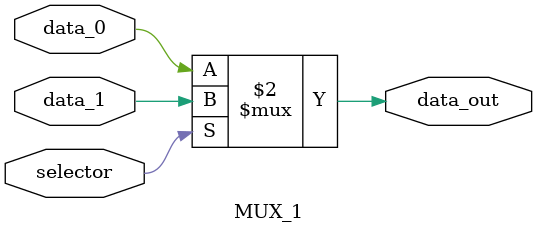
<source format=sv>
module MUX_1 (
    input logic data_0, 
                data_1, 
    input logic selector, 
    output logic data_out
);

always_comb begin
    data_out = (selector) ? data_1 : data_0;  
end

endmodule 
</source>
